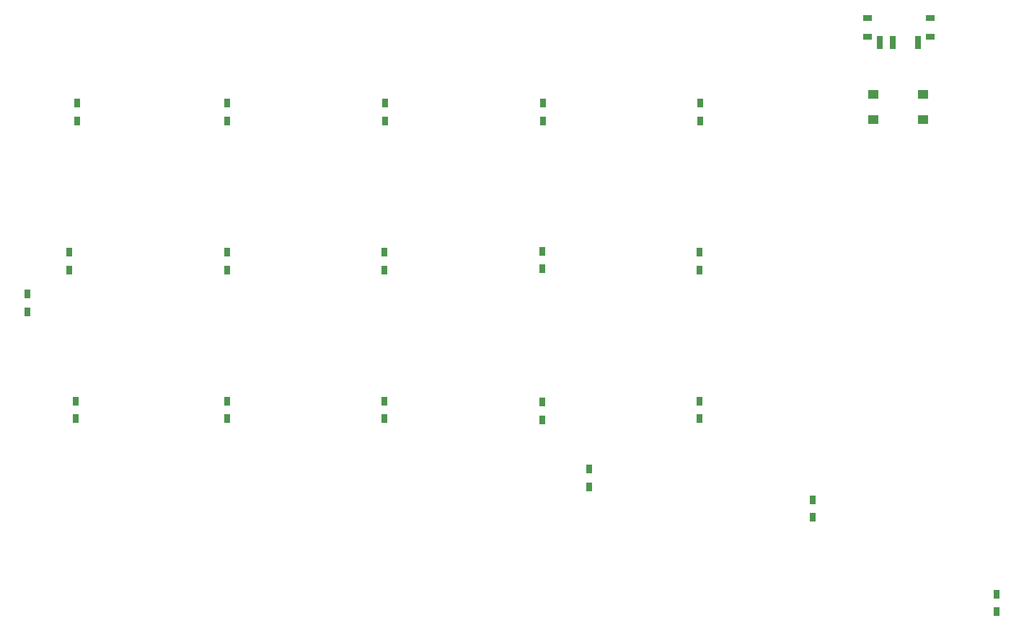
<source format=gbr>
%TF.GenerationSoftware,KiCad,Pcbnew,(6.0.7-1)-1*%
%TF.CreationDate,2022-10-16T21:29:02-07:00*%
%TF.ProjectId,karn-left,6b61726e-2d6c-4656-9674-2e6b69636164,rev?*%
%TF.SameCoordinates,Original*%
%TF.FileFunction,Paste,Top*%
%TF.FilePolarity,Positive*%
%FSLAX46Y46*%
G04 Gerber Fmt 4.6, Leading zero omitted, Abs format (unit mm)*
G04 Created by KiCad (PCBNEW (6.0.7-1)-1) date 2022-10-16 21:29:02*
%MOMM*%
%LPD*%
G01*
G04 APERTURE LIST*
%ADD10R,1.256900X1.041400*%
%ADD11R,0.750000X1.000000*%
%ADD12R,1.000000X0.800000*%
%ADD13R,0.700000X1.500000*%
G04 APERTURE END LIST*
D10*
%TO.C,RSW1*%
X161072851Y-45500000D03*
X166927149Y-45500000D03*
X161072851Y-42500000D03*
X166927149Y-42500000D03*
%TD*%
D11*
%TO.C,D31*%
X140700000Y-80644600D03*
X140700000Y-78552400D03*
%TD*%
%TO.C,D24*%
X85200000Y-63146100D03*
X85200000Y-61053900D03*
%TD*%
%TO.C,D21*%
X140700000Y-63146100D03*
X140700000Y-61053900D03*
%TD*%
%TO.C,D14*%
X85200000Y-45646100D03*
X85200000Y-43553900D03*
%TD*%
%TO.C,D42*%
X154000000Y-90153900D03*
X154000000Y-92246100D03*
%TD*%
%TO.C,D26*%
X61800000Y-68046100D03*
X61800000Y-65953900D03*
%TD*%
%TO.C,D35*%
X67469430Y-80646100D03*
X67469430Y-78553900D03*
%TD*%
%TO.C,D43*%
X127746341Y-86544574D03*
X127746341Y-88636774D03*
%TD*%
%TO.C,D41*%
X175529717Y-101231686D03*
X175529717Y-103323886D03*
%TD*%
%TO.C,D33*%
X103700000Y-80646100D03*
X103700000Y-78553900D03*
%TD*%
%TO.C,D22*%
X122200000Y-63044600D03*
X122200000Y-60952400D03*
%TD*%
%TO.C,D11*%
X140800000Y-45646100D03*
X140800000Y-43553900D03*
%TD*%
%TO.C,D13*%
X103800000Y-45646100D03*
X103800000Y-43553900D03*
%TD*%
%TO.C,D34*%
X85200000Y-80646100D03*
X85200000Y-78553900D03*
%TD*%
%TO.C,D12*%
X122300000Y-45646100D03*
X122300000Y-43553900D03*
%TD*%
%TO.C,D23*%
X103700000Y-63146100D03*
X103700000Y-61053900D03*
%TD*%
%TO.C,D32*%
X122200000Y-80746100D03*
X122200000Y-78653900D03*
%TD*%
%TO.C,D15*%
X67598338Y-45646100D03*
X67598338Y-43553900D03*
%TD*%
%TO.C,D25*%
X66700000Y-63146100D03*
X66700000Y-61053900D03*
%TD*%
D12*
%TO.C,SW_POWER1*%
X167750000Y-33570000D03*
X167750000Y-35780000D03*
X160450000Y-35780000D03*
X160450000Y-33570000D03*
D13*
X166350000Y-36430000D03*
X163350000Y-36430000D03*
X161850000Y-36430000D03*
%TD*%
M02*

</source>
